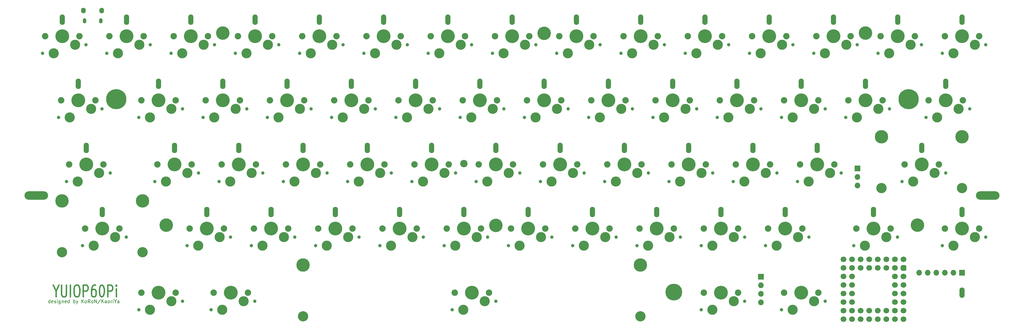
<source format=gbr>
%TF.GenerationSoftware,KiCad,Pcbnew,(5.1.9)-1*%
%TF.CreationDate,2021-10-01T21:52:25+09:00*%
%TF.ProjectId,main,6d61696e-2e6b-4696-9361-645f70636258,1*%
%TF.SameCoordinates,Original*%
%TF.FileFunction,Soldermask,Top*%
%TF.FilePolarity,Negative*%
%FSLAX46Y46*%
G04 Gerber Fmt 4.6, Leading zero omitted, Abs format (unit mm)*
G04 Created by KiCad (PCBNEW (5.1.9)-1) date 2021-10-01 21:52:25*
%MOMM*%
%LPD*%
G01*
G04 APERTURE LIST*
%ADD10C,0.400000*%
%ADD11C,0.150000*%
%ADD12C,4.000000*%
%ADD13O,7.000000X2.500000*%
%ADD14C,5.000000*%
%ADD15C,2.200000*%
%ADD16C,6.000000*%
%ADD17C,3.987800*%
%ADD18C,3.048000*%
%ADD19C,1.700000*%
%ADD20O,1.500000X3.150000*%
%ADD21C,1.000000*%
%ADD22C,3.000000*%
%ADD23C,4.100000*%
%ADD24C,1.900000*%
%ADD25O,1.700000X1.700000*%
%ADD26R,1.700000X1.700000*%
%ADD27O,1.100000X1.500000*%
%ADD28O,1.350000X1.700000*%
G04 APERTURE END LIST*
D10*
X77309523Y-184916666D02*
X77309523Y-186583333D01*
X76476190Y-183083333D02*
X77309523Y-184916666D01*
X78142857Y-183083333D01*
X78976190Y-183083333D02*
X78976190Y-185916666D01*
X79095238Y-186250000D01*
X79214285Y-186416666D01*
X79452380Y-186583333D01*
X79928571Y-186583333D01*
X80166666Y-186416666D01*
X80285714Y-186250000D01*
X80404761Y-185916666D01*
X80404761Y-183083333D01*
X81595238Y-186583333D02*
X81595238Y-183083333D01*
X83261904Y-183083333D02*
X83738095Y-183083333D01*
X83976190Y-183250000D01*
X84214285Y-183583333D01*
X84333333Y-184250000D01*
X84333333Y-185416666D01*
X84214285Y-186083333D01*
X83976190Y-186416666D01*
X83738095Y-186583333D01*
X83261904Y-186583333D01*
X83023809Y-186416666D01*
X82785714Y-186083333D01*
X82666666Y-185416666D01*
X82666666Y-184250000D01*
X82785714Y-183583333D01*
X83023809Y-183250000D01*
X83261904Y-183083333D01*
X85404761Y-186583333D02*
X85404761Y-183083333D01*
X86357142Y-183083333D01*
X86595238Y-183250000D01*
X86714285Y-183416666D01*
X86833333Y-183750000D01*
X86833333Y-184250000D01*
X86714285Y-184583333D01*
X86595238Y-184750000D01*
X86357142Y-184916666D01*
X85404761Y-184916666D01*
X88976190Y-183083333D02*
X88500000Y-183083333D01*
X88261904Y-183250000D01*
X88142857Y-183416666D01*
X87904761Y-183916666D01*
X87785714Y-184583333D01*
X87785714Y-185916666D01*
X87904761Y-186250000D01*
X88023809Y-186416666D01*
X88261904Y-186583333D01*
X88738095Y-186583333D01*
X88976190Y-186416666D01*
X89095238Y-186250000D01*
X89214285Y-185916666D01*
X89214285Y-185083333D01*
X89095238Y-184750000D01*
X88976190Y-184583333D01*
X88738095Y-184416666D01*
X88261904Y-184416666D01*
X88023809Y-184583333D01*
X87904761Y-184750000D01*
X87785714Y-185083333D01*
X90761904Y-183083333D02*
X91000000Y-183083333D01*
X91238095Y-183250000D01*
X91357142Y-183416666D01*
X91476190Y-183750000D01*
X91595238Y-184416666D01*
X91595238Y-185250000D01*
X91476190Y-185916666D01*
X91357142Y-186250000D01*
X91238095Y-186416666D01*
X91000000Y-186583333D01*
X90761904Y-186583333D01*
X90523809Y-186416666D01*
X90404761Y-186250000D01*
X90285714Y-185916666D01*
X90166666Y-185250000D01*
X90166666Y-184416666D01*
X90285714Y-183750000D01*
X90404761Y-183416666D01*
X90523809Y-183250000D01*
X90761904Y-183083333D01*
X92666666Y-186583333D02*
X92666666Y-183083333D01*
X93619047Y-183083333D01*
X93857142Y-183250000D01*
X93976190Y-183416666D01*
X94095238Y-183750000D01*
X94095238Y-184250000D01*
X93976190Y-184583333D01*
X93857142Y-184750000D01*
X93619047Y-184916666D01*
X92666666Y-184916666D01*
X95166666Y-186583333D02*
X95166666Y-184250000D01*
X95166666Y-183083333D02*
X95047619Y-183250000D01*
X95166666Y-183416666D01*
X95285714Y-183250000D01*
X95166666Y-183083333D01*
X95166666Y-183416666D01*
D11*
X75576190Y-188452380D02*
X75576190Y-187452380D01*
X75576190Y-188404761D02*
X75480952Y-188452380D01*
X75290476Y-188452380D01*
X75195238Y-188404761D01*
X75147619Y-188357142D01*
X75100000Y-188261904D01*
X75100000Y-187976190D01*
X75147619Y-187880952D01*
X75195238Y-187833333D01*
X75290476Y-187785714D01*
X75480952Y-187785714D01*
X75576190Y-187833333D01*
X76433333Y-188404761D02*
X76338095Y-188452380D01*
X76147619Y-188452380D01*
X76052380Y-188404761D01*
X76004761Y-188309523D01*
X76004761Y-187928571D01*
X76052380Y-187833333D01*
X76147619Y-187785714D01*
X76338095Y-187785714D01*
X76433333Y-187833333D01*
X76480952Y-187928571D01*
X76480952Y-188023809D01*
X76004761Y-188119047D01*
X76861904Y-188404761D02*
X76957142Y-188452380D01*
X77147619Y-188452380D01*
X77242857Y-188404761D01*
X77290476Y-188309523D01*
X77290476Y-188261904D01*
X77242857Y-188166666D01*
X77147619Y-188119047D01*
X77004761Y-188119047D01*
X76909523Y-188071428D01*
X76861904Y-187976190D01*
X76861904Y-187928571D01*
X76909523Y-187833333D01*
X77004761Y-187785714D01*
X77147619Y-187785714D01*
X77242857Y-187833333D01*
X77719047Y-188452380D02*
X77719047Y-187785714D01*
X77719047Y-187452380D02*
X77671428Y-187500000D01*
X77719047Y-187547619D01*
X77766666Y-187500000D01*
X77719047Y-187452380D01*
X77719047Y-187547619D01*
X78623809Y-187785714D02*
X78623809Y-188595238D01*
X78576190Y-188690476D01*
X78528571Y-188738095D01*
X78433333Y-188785714D01*
X78290476Y-188785714D01*
X78195238Y-188738095D01*
X78623809Y-188404761D02*
X78528571Y-188452380D01*
X78338095Y-188452380D01*
X78242857Y-188404761D01*
X78195238Y-188357142D01*
X78147619Y-188261904D01*
X78147619Y-187976190D01*
X78195238Y-187880952D01*
X78242857Y-187833333D01*
X78338095Y-187785714D01*
X78528571Y-187785714D01*
X78623809Y-187833333D01*
X79100000Y-187785714D02*
X79100000Y-188452380D01*
X79100000Y-187880952D02*
X79147619Y-187833333D01*
X79242857Y-187785714D01*
X79385714Y-187785714D01*
X79480952Y-187833333D01*
X79528571Y-187928571D01*
X79528571Y-188452380D01*
X80385714Y-188404761D02*
X80290476Y-188452380D01*
X80100000Y-188452380D01*
X80004761Y-188404761D01*
X79957142Y-188309523D01*
X79957142Y-187928571D01*
X80004761Y-187833333D01*
X80100000Y-187785714D01*
X80290476Y-187785714D01*
X80385714Y-187833333D01*
X80433333Y-187928571D01*
X80433333Y-188023809D01*
X79957142Y-188119047D01*
X81290476Y-188452380D02*
X81290476Y-187452380D01*
X81290476Y-188404761D02*
X81195238Y-188452380D01*
X81004761Y-188452380D01*
X80909523Y-188404761D01*
X80861904Y-188357142D01*
X80814285Y-188261904D01*
X80814285Y-187976190D01*
X80861904Y-187880952D01*
X80909523Y-187833333D01*
X81004761Y-187785714D01*
X81195238Y-187785714D01*
X81290476Y-187833333D01*
X82528571Y-188452380D02*
X82528571Y-187452380D01*
X82528571Y-187833333D02*
X82623809Y-187785714D01*
X82814285Y-187785714D01*
X82909523Y-187833333D01*
X82957142Y-187880952D01*
X83004761Y-187976190D01*
X83004761Y-188261904D01*
X82957142Y-188357142D01*
X82909523Y-188404761D01*
X82814285Y-188452380D01*
X82623809Y-188452380D01*
X82528571Y-188404761D01*
X83338095Y-187785714D02*
X83576190Y-188452380D01*
X83814285Y-187785714D02*
X83576190Y-188452380D01*
X83480952Y-188690476D01*
X83433333Y-188738095D01*
X83338095Y-188785714D01*
X84957142Y-188452380D02*
X84957142Y-187452380D01*
X85528571Y-188452380D02*
X85100000Y-187880952D01*
X85528571Y-187452380D02*
X84957142Y-188023809D01*
X86100000Y-188452380D02*
X86004761Y-188404761D01*
X85957142Y-188357142D01*
X85909523Y-188261904D01*
X85909523Y-187976190D01*
X85957142Y-187880952D01*
X86004761Y-187833333D01*
X86100000Y-187785714D01*
X86242857Y-187785714D01*
X86338095Y-187833333D01*
X86385714Y-187880952D01*
X86433333Y-187976190D01*
X86433333Y-188261904D01*
X86385714Y-188357142D01*
X86338095Y-188404761D01*
X86242857Y-188452380D01*
X86100000Y-188452380D01*
X87433333Y-188452380D02*
X87100000Y-187976190D01*
X86861904Y-188452380D02*
X86861904Y-187452380D01*
X87242857Y-187452380D01*
X87338095Y-187500000D01*
X87385714Y-187547619D01*
X87433333Y-187642857D01*
X87433333Y-187785714D01*
X87385714Y-187880952D01*
X87338095Y-187928571D01*
X87242857Y-187976190D01*
X86861904Y-187976190D01*
X88004761Y-188452380D02*
X87909523Y-188404761D01*
X87861904Y-188357142D01*
X87814285Y-188261904D01*
X87814285Y-187976190D01*
X87861904Y-187880952D01*
X87909523Y-187833333D01*
X88004761Y-187785714D01*
X88147619Y-187785714D01*
X88242857Y-187833333D01*
X88290476Y-187880952D01*
X88338095Y-187976190D01*
X88338095Y-188261904D01*
X88290476Y-188357142D01*
X88242857Y-188404761D01*
X88147619Y-188452380D01*
X88004761Y-188452380D01*
X88766666Y-188452380D02*
X88766666Y-187452380D01*
X89338095Y-188452380D01*
X89338095Y-187452380D01*
X90528571Y-187404761D02*
X89671428Y-188690476D01*
X90861904Y-188452380D02*
X90861904Y-187452380D01*
X91433333Y-188452380D02*
X91004761Y-187880952D01*
X91433333Y-187452380D02*
X90861904Y-188023809D01*
X92290476Y-188452380D02*
X92290476Y-187928571D01*
X92242857Y-187833333D01*
X92147619Y-187785714D01*
X91957142Y-187785714D01*
X91861904Y-187833333D01*
X92290476Y-188404761D02*
X92195238Y-188452380D01*
X91957142Y-188452380D01*
X91861904Y-188404761D01*
X91814285Y-188309523D01*
X91814285Y-188214285D01*
X91861904Y-188119047D01*
X91957142Y-188071428D01*
X92195238Y-188071428D01*
X92290476Y-188023809D01*
X92909523Y-188452380D02*
X92814285Y-188404761D01*
X92766666Y-188357142D01*
X92719047Y-188261904D01*
X92719047Y-187976190D01*
X92766666Y-187880952D01*
X92814285Y-187833333D01*
X92909523Y-187785714D01*
X93052380Y-187785714D01*
X93147619Y-187833333D01*
X93195238Y-187880952D01*
X93242857Y-187976190D01*
X93242857Y-188261904D01*
X93195238Y-188357142D01*
X93147619Y-188404761D01*
X93052380Y-188452380D01*
X92909523Y-188452380D01*
X93671428Y-188452380D02*
X93671428Y-187785714D01*
X93671428Y-187976190D02*
X93719047Y-187880952D01*
X93766666Y-187833333D01*
X93861904Y-187785714D01*
X93957142Y-187785714D01*
X94290476Y-188452380D02*
X94290476Y-187785714D01*
X94290476Y-187452380D02*
X94242857Y-187500000D01*
X94290476Y-187547619D01*
X94338095Y-187500000D01*
X94290476Y-187452380D01*
X94290476Y-187547619D01*
X94957142Y-187976190D02*
X94957142Y-188452380D01*
X94623809Y-187452380D02*
X94957142Y-187976190D01*
X95290476Y-187452380D01*
X96052380Y-188452380D02*
X96052380Y-187928571D01*
X96004761Y-187833333D01*
X95909523Y-187785714D01*
X95719047Y-187785714D01*
X95623809Y-187833333D01*
X96052380Y-188404761D02*
X95957142Y-188452380D01*
X95719047Y-188452380D01*
X95623809Y-188404761D01*
X95576190Y-188309523D01*
X95576190Y-188214285D01*
X95623809Y-188119047D01*
X95719047Y-188071428D01*
X95957142Y-188071428D01*
X96052380Y-188023809D01*
D12*
%TO.C,HOLE12*%
X332650000Y-165300000D03*
%TD*%
%TO.C,HOLE10*%
X110000000Y-165300000D03*
%TD*%
%TO.C,HOLE11*%
X207738000Y-165400000D03*
%TD*%
%TO.C,HOLE9*%
X317275000Y-108300000D03*
%TD*%
%TO.C,HOLE8*%
X222025000Y-108310000D03*
%TD*%
%TO.C,HOLE7*%
X126775000Y-108300000D03*
%TD*%
D13*
%TO.C,HOLE6*%
X353540000Y-156500000D03*
%TD*%
%TO.C,HOLE5*%
X71460000Y-156500000D03*
%TD*%
D14*
%TO.C,HOLE4*%
X260500000Y-185200000D03*
%TD*%
D15*
%TO.C,HOLE3*%
X198200000Y-147000000D03*
%TD*%
D16*
%TO.C,HOLE2*%
X330050000Y-127910000D03*
%TD*%
%TO.C,HOLE1*%
X95200000Y-127900000D03*
%TD*%
D17*
%TO.C,STB2*%
X150594000Y-177155000D03*
D18*
X250594000Y-192395000D03*
D17*
X250594000Y-177155000D03*
D18*
X150594000Y-192395000D03*
%TD*%
%TO.C,STB1*%
X79118200Y-173345000D03*
D17*
X79118200Y-158105000D03*
X102994200Y-158105000D03*
D18*
X102994200Y-173345000D03*
%TD*%
%TO.C,STB3*%
X322006000Y-154295000D03*
D17*
X322006000Y-139055000D03*
X345882000Y-139055000D03*
D18*
X345882000Y-154295000D03*
%TD*%
D19*
%TO.C,U1*%
X328565000Y-175520000D03*
X326025000Y-178060000D03*
X326025000Y-175520000D03*
X323485000Y-178060000D03*
X323485000Y-175520000D03*
X320945000Y-178060000D03*
X320945000Y-175520000D03*
X318405000Y-178060000D03*
X318405000Y-175520000D03*
X315865000Y-178060000D03*
X315865000Y-175520000D03*
X313325000Y-175520000D03*
X310785000Y-175520000D03*
X313325000Y-178060000D03*
X310785000Y-178060000D03*
X313325000Y-180600000D03*
X310785000Y-180600000D03*
X313325000Y-183140000D03*
X310785000Y-183140000D03*
X313325000Y-185680000D03*
X310785000Y-185680000D03*
X313325000Y-188220000D03*
X310785000Y-188220000D03*
X310785000Y-190760000D03*
X310785000Y-193300000D03*
X313325000Y-190760000D03*
X313325000Y-193300000D03*
X315865000Y-190760000D03*
X315865000Y-193300000D03*
X318405000Y-190760000D03*
X318405000Y-193300000D03*
X320945000Y-190760000D03*
X320945000Y-193300000D03*
X323485000Y-190760000D03*
X323485000Y-193300000D03*
X326025000Y-193300000D03*
X328565000Y-193300000D03*
X326025000Y-190760000D03*
X328565000Y-190760000D03*
X326025000Y-188220000D03*
X328565000Y-188220000D03*
X326025000Y-185680000D03*
X328565000Y-185680000D03*
X326025000Y-183140000D03*
X328565000Y-183140000D03*
X326025000Y-180600000D03*
X328565000Y-180600000D03*
G36*
G01*
X329415000Y-177635000D02*
X329415000Y-178485000D01*
G75*
G02*
X328990000Y-178910000I-425000J0D01*
G01*
X328140000Y-178910000D01*
G75*
G02*
X327715000Y-178485000I0J425000D01*
G01*
X327715000Y-177635000D01*
G75*
G02*
X328140000Y-177210000I425000J0D01*
G01*
X328990000Y-177210000D01*
G75*
G02*
X329415000Y-177635000I0J-425000D01*
G01*
G37*
%TD*%
D20*
%TO.C,LED56*%
X345850000Y-104250000D03*
%TD*%
%TO.C,LED55*%
X326800000Y-104250000D03*
%TD*%
%TO.C,LED54*%
X307750000Y-104250000D03*
%TD*%
%TO.C,LED53*%
X288700000Y-104250000D03*
%TD*%
%TO.C,LED52*%
X269650000Y-104250000D03*
%TD*%
%TO.C,LED51*%
X250600000Y-104250000D03*
%TD*%
%TO.C,LED50*%
X231550000Y-104250000D03*
%TD*%
%TO.C,LED49*%
X212500000Y-104250000D03*
%TD*%
%TO.C,LED48*%
X193450000Y-104250000D03*
%TD*%
%TO.C,LED47*%
X174400000Y-104250000D03*
%TD*%
%TO.C,LED46*%
X155350000Y-104250000D03*
%TD*%
%TO.C,LED45*%
X136300000Y-104250000D03*
%TD*%
%TO.C,LED44*%
X117250000Y-104250000D03*
%TD*%
%TO.C,LED43*%
X98200000Y-104250000D03*
%TD*%
%TO.C,LED42*%
X79150000Y-104250000D03*
%TD*%
%TO.C,LED41*%
X83912500Y-123300000D03*
%TD*%
%TO.C,LED40*%
X107725000Y-123300000D03*
%TD*%
%TO.C,LED39*%
X126775000Y-123300000D03*
%TD*%
%TO.C,LED38*%
X145825000Y-123300000D03*
%TD*%
%TO.C,LED37*%
X164875000Y-123300000D03*
%TD*%
%TO.C,LED36*%
X183925000Y-123300000D03*
%TD*%
%TO.C,LED35*%
X202975000Y-123300000D03*
%TD*%
%TO.C,LED34*%
X222025000Y-123300000D03*
%TD*%
%TO.C,LED33*%
X241075000Y-123300000D03*
%TD*%
%TO.C,LED32*%
X260125000Y-123300000D03*
%TD*%
%TO.C,LED31*%
X279175000Y-123300000D03*
%TD*%
%TO.C,LED30*%
X298225000Y-123300000D03*
%TD*%
%TO.C,LED29*%
X317275000Y-123300000D03*
%TD*%
%TO.C,LED28*%
X341088000Y-123300000D03*
%TD*%
%TO.C,LED27*%
X333944000Y-142350000D03*
%TD*%
%TO.C,LED26*%
X302988000Y-142350000D03*
%TD*%
%TO.C,LED25*%
X283938000Y-142350000D03*
%TD*%
%TO.C,LED24*%
X264888000Y-142350000D03*
%TD*%
%TO.C,LED23*%
X245838000Y-142350000D03*
%TD*%
%TO.C,LED22*%
X226788000Y-142350000D03*
%TD*%
%TO.C,LED21*%
X207738000Y-142350000D03*
%TD*%
%TO.C,LED20*%
X188688000Y-142350000D03*
%TD*%
%TO.C,LED19*%
X169638000Y-142350000D03*
%TD*%
%TO.C,LED18*%
X150588000Y-142350000D03*
%TD*%
%TO.C,LED17*%
X131538000Y-142350000D03*
%TD*%
%TO.C,LED16*%
X112488000Y-142350000D03*
%TD*%
%TO.C,LED15*%
X86293800Y-142350000D03*
%TD*%
%TO.C,LED14*%
X91056200Y-161400000D03*
%TD*%
%TO.C,LED13*%
X122012000Y-161400000D03*
%TD*%
%TO.C,LED12*%
X141062000Y-161400000D03*
%TD*%
%TO.C,LED11*%
X160112000Y-161400000D03*
%TD*%
%TO.C,LED10*%
X179162000Y-161400000D03*
%TD*%
%TO.C,LED9*%
X198212000Y-161400000D03*
%TD*%
%TO.C,LED8*%
X217262000Y-161400000D03*
%TD*%
%TO.C,LED7*%
X236312000Y-161400000D03*
%TD*%
%TO.C,LED6*%
X255362000Y-161400000D03*
%TD*%
%TO.C,LED5*%
X274412000Y-161400000D03*
%TD*%
%TO.C,LED4*%
X293462000Y-161400000D03*
%TD*%
%TO.C,LED3*%
X319656000Y-161400000D03*
%TD*%
%TO.C,LED2*%
X345850000Y-161400000D03*
%TD*%
%TO.C,LED1*%
X345851000Y-185410000D03*
%TD*%
D21*
%TO.C,KSW60*%
X292383000Y-190490000D03*
X305310000Y-187950000D03*
D22*
X302035000Y-187950000D03*
X295685000Y-190490000D03*
D23*
X298225000Y-185410000D03*
D24*
X293145000Y-185410000D03*
X303305000Y-185410000D03*
%TD*%
D21*
%TO.C,KSW59*%
X268570000Y-190490000D03*
X281497000Y-187950000D03*
D22*
X278222000Y-187950000D03*
X271872000Y-190490000D03*
D23*
X274412000Y-185410000D03*
D24*
X269332000Y-185410000D03*
X279492000Y-185410000D03*
%TD*%
D21*
%TO.C,KSW58*%
X194752000Y-190490000D03*
X207679000Y-187950000D03*
D22*
X204404000Y-187950000D03*
X198054000Y-190490000D03*
D23*
X200594000Y-185410000D03*
D24*
X195514000Y-185410000D03*
X205674000Y-185410000D03*
%TD*%
D21*
%TO.C,KSW57*%
X123314000Y-190490000D03*
X136241000Y-187950000D03*
D22*
X132966000Y-187950000D03*
X126616000Y-190490000D03*
D23*
X129156000Y-185410000D03*
D24*
X124076000Y-185410000D03*
X134236000Y-185410000D03*
%TD*%
D21*
%TO.C,KSW56*%
X101883000Y-190490000D03*
X114810000Y-187950000D03*
D22*
X111535000Y-187950000D03*
X105185000Y-190490000D03*
D23*
X107725000Y-185410000D03*
D24*
X102645000Y-185410000D03*
X112805000Y-185410000D03*
%TD*%
D21*
%TO.C,KSW55*%
X340008000Y-171440000D03*
X352935000Y-168900000D03*
D22*
X349660000Y-168900000D03*
X343310000Y-171440000D03*
D23*
X345850000Y-166360000D03*
D24*
X340770000Y-166360000D03*
X350930000Y-166360000D03*
%TD*%
D21*
%TO.C,KSW54*%
X313814000Y-171440000D03*
X326741000Y-168900000D03*
D22*
X323466000Y-168900000D03*
X317116000Y-171440000D03*
D23*
X319656000Y-166360000D03*
D24*
X314576000Y-166360000D03*
X324736000Y-166360000D03*
%TD*%
D21*
%TO.C,KSW53*%
X287620000Y-171440000D03*
X300547000Y-168900000D03*
D22*
X297272000Y-168900000D03*
X290922000Y-171440000D03*
D23*
X293462000Y-166360000D03*
D24*
X288382000Y-166360000D03*
X298542000Y-166360000D03*
%TD*%
D21*
%TO.C,KSW52*%
X268570000Y-171440000D03*
X281497000Y-168900000D03*
D22*
X278222000Y-168900000D03*
X271872000Y-171440000D03*
D23*
X274412000Y-166360000D03*
D24*
X269332000Y-166360000D03*
X279492000Y-166360000D03*
%TD*%
D21*
%TO.C,KSW51*%
X249520000Y-171440000D03*
X262447000Y-168900000D03*
D22*
X259172000Y-168900000D03*
X252822000Y-171440000D03*
D23*
X255362000Y-166360000D03*
D24*
X250282000Y-166360000D03*
X260442000Y-166360000D03*
%TD*%
D21*
%TO.C,KSW50*%
X230470000Y-171440000D03*
X243397000Y-168900000D03*
D22*
X240122000Y-168900000D03*
X233772000Y-171440000D03*
D23*
X236312000Y-166360000D03*
D24*
X231232000Y-166360000D03*
X241392000Y-166360000D03*
%TD*%
D21*
%TO.C,KSW49*%
X211420000Y-171440000D03*
X224347000Y-168900000D03*
D22*
X221072000Y-168900000D03*
X214722000Y-171440000D03*
D23*
X217262000Y-166360000D03*
D24*
X212182000Y-166360000D03*
X222342000Y-166360000D03*
%TD*%
D21*
%TO.C,KSW48*%
X192370000Y-171440000D03*
X205297000Y-168900000D03*
D22*
X202022000Y-168900000D03*
X195672000Y-171440000D03*
D23*
X198212000Y-166360000D03*
D24*
X193132000Y-166360000D03*
X203292000Y-166360000D03*
%TD*%
D21*
%TO.C,KSW47*%
X173320000Y-171440000D03*
X186247000Y-168900000D03*
D22*
X182972000Y-168900000D03*
X176622000Y-171440000D03*
D23*
X179162000Y-166360000D03*
D24*
X174082000Y-166360000D03*
X184242000Y-166360000D03*
%TD*%
D21*
%TO.C,KSW46*%
X154270000Y-171440000D03*
X167197000Y-168900000D03*
D22*
X163922000Y-168900000D03*
X157572000Y-171440000D03*
D23*
X160112000Y-166360000D03*
D24*
X155032000Y-166360000D03*
X165192000Y-166360000D03*
%TD*%
D21*
%TO.C,KSW45*%
X135220000Y-171440000D03*
X148147000Y-168900000D03*
D22*
X144872000Y-168900000D03*
X138522000Y-171440000D03*
D23*
X141062000Y-166360000D03*
D24*
X135982000Y-166360000D03*
X146142000Y-166360000D03*
%TD*%
D21*
%TO.C,KSW44*%
X116170000Y-171440000D03*
X129097000Y-168900000D03*
D22*
X125822000Y-168900000D03*
X119472000Y-171440000D03*
D23*
X122012000Y-166360000D03*
D24*
X116932000Y-166360000D03*
X127092000Y-166360000D03*
%TD*%
D21*
%TO.C,KSW43*%
X85214200Y-171440000D03*
X98141200Y-168900000D03*
D22*
X94866200Y-168900000D03*
X88516200Y-171440000D03*
D23*
X91056200Y-166360000D03*
D24*
X85976200Y-166360000D03*
X96136200Y-166360000D03*
%TD*%
D21*
%TO.C,KSW42*%
X328102000Y-152390000D03*
X341029000Y-149850000D03*
D22*
X337754000Y-149850000D03*
X331404000Y-152390000D03*
D23*
X333944000Y-147310000D03*
D24*
X328864000Y-147310000D03*
X339024000Y-147310000D03*
%TD*%
D21*
%TO.C,KSW41*%
X297146000Y-152390000D03*
X310073000Y-149850000D03*
D22*
X306798000Y-149850000D03*
X300448000Y-152390000D03*
D23*
X302988000Y-147310000D03*
D24*
X297908000Y-147310000D03*
X308068000Y-147310000D03*
%TD*%
D21*
%TO.C,KSW40*%
X278096000Y-152390000D03*
X291023000Y-149850000D03*
D22*
X287748000Y-149850000D03*
X281398000Y-152390000D03*
D23*
X283938000Y-147310000D03*
D24*
X278858000Y-147310000D03*
X289018000Y-147310000D03*
%TD*%
D21*
%TO.C,KSW39*%
X259046000Y-152390000D03*
X271973000Y-149850000D03*
D22*
X268698000Y-149850000D03*
X262348000Y-152390000D03*
D23*
X264888000Y-147310000D03*
D24*
X259808000Y-147310000D03*
X269968000Y-147310000D03*
%TD*%
D21*
%TO.C,KSW38*%
X239996000Y-152390000D03*
X252923000Y-149850000D03*
D22*
X249648000Y-149850000D03*
X243298000Y-152390000D03*
D23*
X245838000Y-147310000D03*
D24*
X240758000Y-147310000D03*
X250918000Y-147310000D03*
%TD*%
D21*
%TO.C,KSW37*%
X220946000Y-152390000D03*
X233873000Y-149850000D03*
D22*
X230598000Y-149850000D03*
X224248000Y-152390000D03*
D23*
X226788000Y-147310000D03*
D24*
X221708000Y-147310000D03*
X231868000Y-147310000D03*
%TD*%
D21*
%TO.C,KSW36*%
X201896000Y-152390000D03*
X214823000Y-149850000D03*
D22*
X211548000Y-149850000D03*
X205198000Y-152390000D03*
D23*
X207738000Y-147310000D03*
D24*
X202658000Y-147310000D03*
X212818000Y-147310000D03*
%TD*%
D21*
%TO.C,KSW35*%
X182846000Y-152390000D03*
X195773000Y-149850000D03*
D22*
X192498000Y-149850000D03*
X186148000Y-152390000D03*
D23*
X188688000Y-147310000D03*
D24*
X183608000Y-147310000D03*
X193768000Y-147310000D03*
%TD*%
D21*
%TO.C,KSW34*%
X163796000Y-152390000D03*
X176723000Y-149850000D03*
D22*
X173448000Y-149850000D03*
X167098000Y-152390000D03*
D23*
X169638000Y-147310000D03*
D24*
X164558000Y-147310000D03*
X174718000Y-147310000D03*
%TD*%
D21*
%TO.C,KSW33*%
X144746000Y-152390000D03*
X157673000Y-149850000D03*
D22*
X154398000Y-149850000D03*
X148048000Y-152390000D03*
D23*
X150588000Y-147310000D03*
D24*
X145508000Y-147310000D03*
X155668000Y-147310000D03*
%TD*%
D21*
%TO.C,KSW32*%
X125696000Y-152390000D03*
X138623000Y-149850000D03*
D22*
X135348000Y-149850000D03*
X128998000Y-152390000D03*
D23*
X131538000Y-147310000D03*
D24*
X126458000Y-147310000D03*
X136618000Y-147310000D03*
%TD*%
D21*
%TO.C,KSW31*%
X106646000Y-152390000D03*
X119573000Y-149850000D03*
D22*
X116298000Y-149850000D03*
X109948000Y-152390000D03*
D23*
X112488000Y-147310000D03*
D24*
X107408000Y-147310000D03*
X117568000Y-147310000D03*
%TD*%
D21*
%TO.C,KSW30*%
X80451800Y-152390000D03*
X93378800Y-149850000D03*
D22*
X90103800Y-149850000D03*
X83753800Y-152390000D03*
D23*
X86293800Y-147310000D03*
D24*
X81213800Y-147310000D03*
X91373800Y-147310000D03*
%TD*%
D21*
%TO.C,KSW29*%
X335246000Y-133340000D03*
X348173000Y-130800000D03*
D22*
X344898000Y-130800000D03*
X338548000Y-133340000D03*
D23*
X341088000Y-128260000D03*
D24*
X336008000Y-128260000D03*
X346168000Y-128260000D03*
%TD*%
D21*
%TO.C,KSW28*%
X311433000Y-133340000D03*
X324360000Y-130800000D03*
D22*
X321085000Y-130800000D03*
X314735000Y-133340000D03*
D23*
X317275000Y-128260000D03*
D24*
X312195000Y-128260000D03*
X322355000Y-128260000D03*
%TD*%
D21*
%TO.C,KSW27*%
X292383000Y-133340000D03*
X305310000Y-130800000D03*
D22*
X302035000Y-130800000D03*
X295685000Y-133340000D03*
D23*
X298225000Y-128260000D03*
D24*
X293145000Y-128260000D03*
X303305000Y-128260000D03*
%TD*%
D21*
%TO.C,KSW26*%
X273333000Y-133340000D03*
X286260000Y-130800000D03*
D22*
X282985000Y-130800000D03*
X276635000Y-133340000D03*
D23*
X279175000Y-128260000D03*
D24*
X274095000Y-128260000D03*
X284255000Y-128260000D03*
%TD*%
D21*
%TO.C,KSW25*%
X254283000Y-133340000D03*
X267210000Y-130800000D03*
D22*
X263935000Y-130800000D03*
X257585000Y-133340000D03*
D23*
X260125000Y-128260000D03*
D24*
X255045000Y-128260000D03*
X265205000Y-128260000D03*
%TD*%
D21*
%TO.C,KSW24*%
X235233000Y-133340000D03*
X248160000Y-130800000D03*
D22*
X244885000Y-130800000D03*
X238535000Y-133340000D03*
D23*
X241075000Y-128260000D03*
D24*
X235995000Y-128260000D03*
X246155000Y-128260000D03*
%TD*%
D21*
%TO.C,KSW23*%
X216183000Y-133340000D03*
X229110000Y-130800000D03*
D22*
X225835000Y-130800000D03*
X219485000Y-133340000D03*
D23*
X222025000Y-128260000D03*
D24*
X216945000Y-128260000D03*
X227105000Y-128260000D03*
%TD*%
D21*
%TO.C,KSW22*%
X197133000Y-133340000D03*
X210060000Y-130800000D03*
D22*
X206785000Y-130800000D03*
X200435000Y-133340000D03*
D23*
X202975000Y-128260000D03*
D24*
X197895000Y-128260000D03*
X208055000Y-128260000D03*
%TD*%
D21*
%TO.C,KSW21*%
X178083000Y-133340000D03*
X191010000Y-130800000D03*
D22*
X187735000Y-130800000D03*
X181385000Y-133340000D03*
D23*
X183925000Y-128260000D03*
D24*
X178845000Y-128260000D03*
X189005000Y-128260000D03*
%TD*%
D21*
%TO.C,KSW20*%
X159033000Y-133340000D03*
X171960000Y-130800000D03*
D22*
X168685000Y-130800000D03*
X162335000Y-133340000D03*
D23*
X164875000Y-128260000D03*
D24*
X159795000Y-128260000D03*
X169955000Y-128260000D03*
%TD*%
D21*
%TO.C,KSW19*%
X139983000Y-133340000D03*
X152910000Y-130800000D03*
D22*
X149635000Y-130800000D03*
X143285000Y-133340000D03*
D23*
X145825000Y-128260000D03*
D24*
X140745000Y-128260000D03*
X150905000Y-128260000D03*
%TD*%
D21*
%TO.C,KSW18*%
X120933000Y-133340000D03*
X133860000Y-130800000D03*
D22*
X130585000Y-130800000D03*
X124235000Y-133340000D03*
D23*
X126775000Y-128260000D03*
D24*
X121695000Y-128260000D03*
X131855000Y-128260000D03*
%TD*%
D21*
%TO.C,KSW17*%
X101883000Y-133340000D03*
X114810000Y-130800000D03*
D22*
X111535000Y-130800000D03*
X105185000Y-133340000D03*
D23*
X107725000Y-128260000D03*
D24*
X102645000Y-128260000D03*
X112805000Y-128260000D03*
%TD*%
D21*
%TO.C,KSW16*%
X78070500Y-133340000D03*
X90997500Y-130800000D03*
D22*
X87722500Y-130800000D03*
X81372500Y-133340000D03*
D23*
X83912500Y-128260000D03*
D24*
X78832500Y-128260000D03*
X88992500Y-128260000D03*
%TD*%
D21*
%TO.C,KSW15*%
X340008000Y-114290000D03*
X352935000Y-111750000D03*
D22*
X349660000Y-111750000D03*
X343310000Y-114290000D03*
D23*
X345850000Y-109210000D03*
D24*
X340770000Y-109210000D03*
X350930000Y-109210000D03*
%TD*%
D21*
%TO.C,KSW14*%
X320958000Y-114290000D03*
X333885000Y-111750000D03*
D22*
X330610000Y-111750000D03*
X324260000Y-114290000D03*
D23*
X326800000Y-109210000D03*
D24*
X321720000Y-109210000D03*
X331880000Y-109210000D03*
%TD*%
D21*
%TO.C,KSW13*%
X301908000Y-114290000D03*
X314835000Y-111750000D03*
D22*
X311560000Y-111750000D03*
X305210000Y-114290000D03*
D23*
X307750000Y-109210000D03*
D24*
X302670000Y-109210000D03*
X312830000Y-109210000D03*
%TD*%
D21*
%TO.C,KSW12*%
X282858000Y-114290000D03*
X295785000Y-111750000D03*
D22*
X292510000Y-111750000D03*
X286160000Y-114290000D03*
D23*
X288700000Y-109210000D03*
D24*
X283620000Y-109210000D03*
X293780000Y-109210000D03*
%TD*%
D21*
%TO.C,KSW11*%
X263808000Y-114290000D03*
X276735000Y-111750000D03*
D22*
X273460000Y-111750000D03*
X267110000Y-114290000D03*
D23*
X269650000Y-109210000D03*
D24*
X264570000Y-109210000D03*
X274730000Y-109210000D03*
%TD*%
D21*
%TO.C,KSW10*%
X244758000Y-114290000D03*
X257685000Y-111750000D03*
D22*
X254410000Y-111750000D03*
X248060000Y-114290000D03*
D23*
X250600000Y-109210000D03*
D24*
X245520000Y-109210000D03*
X255680000Y-109210000D03*
%TD*%
D21*
%TO.C,KSW9*%
X225708000Y-114290000D03*
X238635000Y-111750000D03*
D22*
X235360000Y-111750000D03*
X229010000Y-114290000D03*
D23*
X231550000Y-109210000D03*
D24*
X226470000Y-109210000D03*
X236630000Y-109210000D03*
%TD*%
D21*
%TO.C,KSW8*%
X206658000Y-114290000D03*
X219585000Y-111750000D03*
D22*
X216310000Y-111750000D03*
X209960000Y-114290000D03*
D23*
X212500000Y-109210000D03*
D24*
X207420000Y-109210000D03*
X217580000Y-109210000D03*
%TD*%
D21*
%TO.C,KSW7*%
X187608000Y-114290000D03*
X200535000Y-111750000D03*
D22*
X197260000Y-111750000D03*
X190910000Y-114290000D03*
D23*
X193450000Y-109210000D03*
D24*
X188370000Y-109210000D03*
X198530000Y-109210000D03*
%TD*%
D21*
%TO.C,KSW6*%
X168558000Y-114290000D03*
X181485000Y-111750000D03*
D22*
X178210000Y-111750000D03*
X171860000Y-114290000D03*
D23*
X174400000Y-109210000D03*
D24*
X169320000Y-109210000D03*
X179480000Y-109210000D03*
%TD*%
D21*
%TO.C,KSW5*%
X149508000Y-114290000D03*
X162435000Y-111750000D03*
D22*
X159160000Y-111750000D03*
X152810000Y-114290000D03*
D23*
X155350000Y-109210000D03*
D24*
X150270000Y-109210000D03*
X160430000Y-109210000D03*
%TD*%
D21*
%TO.C,KSW4*%
X130458000Y-114290000D03*
X143385000Y-111750000D03*
D22*
X140110000Y-111750000D03*
X133760000Y-114290000D03*
D23*
X136300000Y-109210000D03*
D24*
X131220000Y-109210000D03*
X141380000Y-109210000D03*
%TD*%
D21*
%TO.C,KSW3*%
X111408000Y-114290000D03*
X124335000Y-111750000D03*
D22*
X121060000Y-111750000D03*
X114710000Y-114290000D03*
D23*
X117250000Y-109210000D03*
D24*
X112170000Y-109210000D03*
X122330000Y-109210000D03*
%TD*%
D21*
%TO.C,KSW2*%
X92358000Y-114290000D03*
X105285000Y-111750000D03*
D22*
X102010000Y-111750000D03*
X95660000Y-114290000D03*
D23*
X98200000Y-109210000D03*
D24*
X93120000Y-109210000D03*
X103280000Y-109210000D03*
%TD*%
D21*
%TO.C,KSW1*%
X73308000Y-114290000D03*
X86235000Y-111750000D03*
D22*
X82960000Y-111750000D03*
X76610000Y-114290000D03*
D23*
X79150000Y-109210000D03*
D24*
X74070000Y-109210000D03*
X84230000Y-109210000D03*
%TD*%
D25*
%TO.C,J4*%
X333151000Y-179457000D03*
X335691000Y-179457000D03*
X338231000Y-179457000D03*
X340771000Y-179457000D03*
X343311000Y-179457000D03*
D26*
X345851000Y-179457000D03*
%TD*%
%TO.C,J3*%
X314894000Y-148501000D03*
D25*
X314894000Y-151041000D03*
X314894000Y-153581000D03*
%TD*%
%TO.C,J2*%
X286319000Y-188268000D03*
X286319000Y-185728000D03*
X286319000Y-183188000D03*
D26*
X286319000Y-180648000D03*
%TD*%
D27*
%TO.C,J1*%
X85755000Y-104585000D03*
X90595000Y-104585000D03*
D28*
X85445000Y-101585000D03*
X90905000Y-101585000D03*
%TD*%
M02*

</source>
